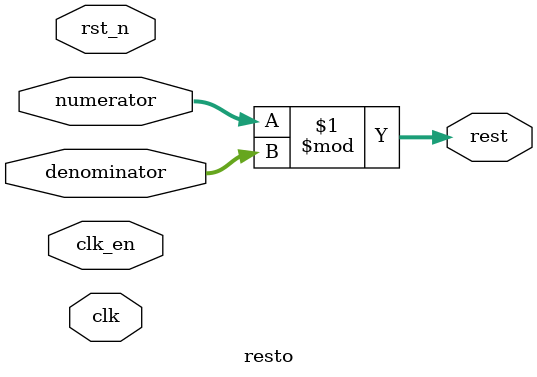
<source format=v>
`timescale 1 ps/1 ps

module resto (
	input clk,    // Clock
	input clk_en, // Clock Enable
	input rst_n,  // Asynchronous reset active low
	input [31:0] numerator,
	input [31:0] denominator,
	output [31:0] rest
	
);

	assign rest = numerator % denominator;



endmodule
</source>
